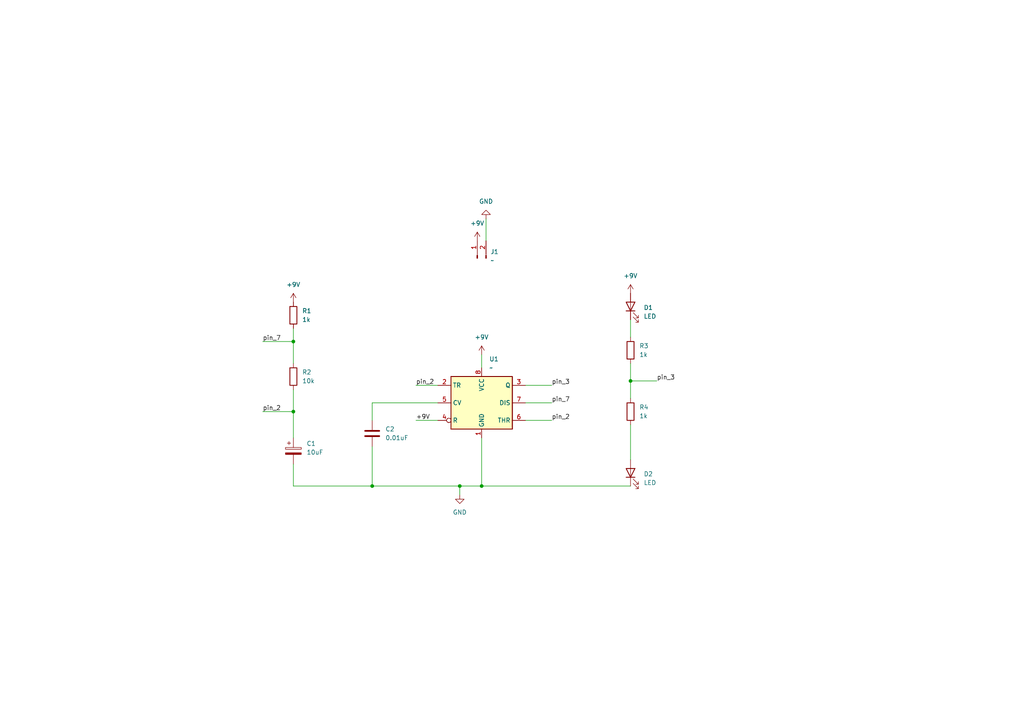
<source format=kicad_sch>
(kicad_sch (version 20230121) (generator eeschema)
  (paper "A4")
  (lib_symbols
    (symbol "Connector:Conn_01x02_Pin" (pin_names (offset 1.016) hide)
      (property "Reference" "J" (at 0 2.54 0))
      (property "Value" "Conn_01x02_Pin" (at 0 -5.08 0))
      (symbol "Conn_01x02_Pin_1_1"
        (polyline (pts (xy 1.27 -2.54) (xy 0.8636 -2.54)) (stroke (width 0.1524)))
        (polyline (pts (xy 1.27 0) (xy 0.8636 0)) (stroke (width 0.1524)))
        (rectangle (start 0.8636 -2.413) (end 0 -2.667) (stroke (width 0.1524)) (fill (type outline)))
        (rectangle (start 0.8636 0.127) (end 0 -0.127) (stroke (width 0.1524)) (fill (type outline)))
        (pin passive line (at 5.08 0 180) (length 3.81) (name "Pin_1") (number "1"))
        (pin passive line (at 5.08 -2.54 180) (length 3.81) (name "Pin_2") (number "2"))
      )
    )
    (symbol "Device:C" (pin_numbers hide) (pin_names (offset 0.254))
      (property "Reference" "C" (at 0.635 2.54 0))
      (property "Value" "C" (at 0.635 -2.54 0))
      (symbol "C_0_1"
        (polyline (pts (xy -2.032 -0.762) (xy 2.032 -0.762)) (stroke (width 0.508)))
        (polyline (pts (xy -2.032 0.762) (xy 2.032 0.762)) (stroke (width 0.508)))
      )
      (symbol "C_1_1"
        (pin passive line (at 0 3.81 270) (length 2.794) (name "~") (number "1"))
        (pin passive line (at 0 -3.81 90) (length 2.794) (name "~") (number "2"))
      )
    )
    (symbol "Device:C_Polarized" (pin_numbers hide) (pin_names (offset 0.254))
      (property "Reference" "C" (at 0.635 2.54 0))
      (property "Value" "C_Polarized" (at 0.635 -2.54 0))
      (symbol "C_Polarized_0_1"
        (rectangle (start -2.286 0.508) (end 2.286 1.016))
        (polyline (pts (xy -1.778 2.286) (xy -0.762 2.286)))
        (polyline (pts (xy -1.27 2.794) (xy -1.27 1.778)))
        (rectangle (start 2.286 -0.508) (end -2.286 -1.016) (fill (type outline)))
      )
      (symbol "C_Polarized_1_1"
        (pin passive line (at 0 3.81 270) (length 2.794) (name "~") (number "1"))
        (pin passive line (at 0 -3.81 90) (length 2.794) (name "~") (number "2"))
      )
    )
    (symbol "Device:LED" (pin_numbers hide) (pin_names (offset 1.016) hide)
      (property "Reference" "D" (at 0 2.54 0))
      (property "Value" "LED" (at 0 -2.54 0))
      (symbol "LED_0_1"
        (polyline (pts (xy -1.27 -1.27) (xy -1.27 1.27)) (stroke (width 0.254)))
        (polyline (pts (xy -1.27 0) (xy 1.27 0)))
        (polyline (pts (xy 1.27 -1.27) (xy 1.27 1.27) (xy -1.27 0) (xy 1.27 -1.27)) (stroke (width 0.254)))
        (polyline (pts (xy -3.048 -0.762) (xy -4.572 -2.286) (xy -3.81 -2.286) (xy -4.572 -2.286) (xy -4.572 -1.524)))
        (polyline (pts (xy -1.778 -0.762) (xy -3.302 -2.286) (xy -2.54 -2.286) (xy -3.302 -2.286) (xy -3.302 -1.524)))
      )
      (symbol "LED_1_1"
        (pin passive line (at -3.81 0 0) (length 2.54) (name "K") (number "1"))
        (pin passive line (at 3.81 0 180) (length 2.54) (name "A") (number "2"))
      )
    )
    (symbol "Device:R" (pin_numbers hide) (pin_names (offset 0))
      (property "Reference" "R" (at 2.032 0 90))
      (property "Value" "R" (at 0 0 90))
      (symbol "R_0_1"
        (rectangle (start -1.016 -2.54) (end 1.016 2.54) (stroke (width 0.254)))
      )
      (symbol "R_1_1"
        (pin passive line (at 0 3.81 270) (length 1.27) (name "~") (number "1"))
        (pin passive line (at 0 -3.81 90) (length 1.27) (name "~") (number "2"))
      )
    )
    (symbol "Timer:NE555D"
      (property "Reference" "U" (at -10.16 8.89 0))
      (property "Value" "NE555D" (at 2.54 8.89 0))
      (symbol "NE555D_0_0"
        (pin power_in line (at 0 -10.16 90) (length 2.54) (name "GND") (number "1"))
        (pin power_in line (at 0 10.16 270) (length 2.54) (name "VCC") (number "8"))
      )
      (symbol "NE555D_0_1"
        (rectangle (start -8.89 -7.62) (end 8.89 7.62) (stroke (width 0.254)) (fill (type background)))
        (rectangle (start -8.89 -7.62) (end 8.89 7.62) (stroke (width 0.254)) (fill (type background)))
      )
      (symbol "NE555D_1_1"
        (pin input line (at -12.7 5.08 0) (length 3.81) (name "TR") (number "2"))
        (pin output line (at 12.7 5.08 180) (length 3.81) (name "Q") (number "3"))
        (pin input inverted (at -12.7 -5.08 0) (length 3.81) (name "R") (number "4"))
        (pin input line (at -12.7 0 0) (length 3.81) (name "CV") (number "5"))
        (pin input line (at 12.7 -5.08 180) (length 3.81) (name "THR") (number "6"))
        (pin input line (at 12.7 0 180) (length 3.81) (name "DIS") (number "7"))
      )
    )
    (symbol "power:+9V" (power) (pin_names (offset 0))
      (property "Value" "+9V" (at 0 3.556 0))
      (symbol "+9V_0_1"
        (polyline (pts (xy -0.762 1.27) (xy 0 2.54)))
        (polyline (pts (xy 0 0) (xy 0 2.54)))
        (polyline (pts (xy 0 2.54) (xy 0.762 1.27)))
      )
      (symbol "+9V_1_1"
        (pin power_in line (at 0 0 90) (length 0) hide (name "+9V") (number "1"))
      )
    )
    (symbol "power:GND" (power) (pin_names (offset 0))
      (property "Value" "GND" (at 0 -3.81 0))
      (symbol "GND_0_1"
        (polyline (pts (xy 0 0) (xy 0 -1.27) (xy 1.27 -1.27) (xy 0 -2.54) (xy -1.27 -1.27) (xy 0 -1.27)))
      )
      (symbol "GND_1_1"
        (pin power_in line (at 0 0 270) (length 0) hide (name "GND") (number "1"))
      )
    )
  )
  (junction (at 85.09 119.38))
  (junction (at 85.09 99.06))
  (junction (at 139.7 140.97))
  (junction (at 133.35 140.97))
  (junction (at 107.95 140.97))
  (junction (at 182.88 110.49))
  (wire (pts (xy 127 116.84) (xy 107.95 116.84)))
  (wire (pts (xy 152.4 121.92) (xy 160.02 121.92)))
  (wire (pts (xy 182.88 92.71) (xy 182.88 97.79)))
  (wire (pts (xy 107.95 129.54) (xy 107.95 140.97)))
  (wire (pts (xy 76.2 119.38) (xy 85.09 119.38)))
  (wire (pts (xy 107.95 116.84) (xy 107.95 121.92)))
  (wire (pts (xy 133.35 140.97) (xy 139.7 140.97)))
  (wire (pts (xy 182.88 110.49) (xy 190.5 110.49)))
  (wire (pts (xy 85.09 134.62) (xy 85.09 140.97)))
  (wire (pts (xy 152.4 111.76) (xy 160.02 111.76)))
  (wire (pts (xy 85.09 113.03) (xy 85.09 119.38)))
  (wire (pts (xy 182.88 110.49) (xy 182.88 115.57)))
  (wire (pts (xy 139.7 127) (xy 139.7 140.97)))
  (wire (pts (xy 139.7 102.87) (xy 139.7 106.68)))
  (wire (pts (xy 76.2 99.06) (xy 85.09 99.06)))
  (wire (pts (xy 133.35 140.97) (xy 133.35 143.51)))
  (wire (pts (xy 139.7 140.97) (xy 182.88 140.97)))
  (wire (pts (xy 85.09 95.25) (xy 85.09 99.06)))
  (wire (pts (xy 140.97 63.5) (xy 140.97 69.85)))
  (wire (pts (xy 182.88 123.19) (xy 182.88 133.35)))
  (wire (pts (xy 120.65 121.92) (xy 127 121.92)))
  (wire (pts (xy 85.09 99.06) (xy 85.09 105.41)))
  (wire (pts (xy 85.09 140.97) (xy 107.95 140.97)))
  (wire (pts (xy 152.4 116.84) (xy 160.02 116.84)))
  (wire (pts (xy 182.88 105.41) (xy 182.88 110.49)))
  (wire (pts (xy 85.09 119.38) (xy 85.09 127)))
  (wire (pts (xy 107.95 140.97) (xy 133.35 140.97)))
  (wire (pts (xy 120.65 111.76) (xy 127 111.76)))
  (label "pin_2" (at 120.65 111.76 0))
  (label "pin_7" (at 76.2 99.06 0))
  (label "pin_3" (at 160.02 111.76 0))
  (label "pin_2" (at 76.2 119.38 0))
  (label "pin_3" (at 190.5 110.49 0))
  (label "pin_7" (at 160.02 116.84 0))
  (label "pin_2" (at 160.02 121.92 0))
  (label "+9V" (at 120.65 121.92 0))
  (symbol (lib_id "Device:C_Polarized") (at 85.09 130.81 0) (unit 1)
    (property "Reference" "C1" (at 88.9 128.651 0) (effects (justify left)))
    (property "Value" "10uF" (at 88.9 131.191 0) (effects (justify left)))
    (property "Footprint" "Capacitor_Tantalum_SMD:CP_EIA-3216-18_Kemet-A_Pad1.58x1.35mm_HandSolder" (effects hide))
  )
  (symbol (lib_id "Device:R") (at 85.09 109.22 0) (unit 1)
    (property "Reference" "R2" (at 87.63 107.95 0) (effects (justify left)))
    (property "Value" "10k" (at 87.63 110.49 0) (effects (justify left)))
    (property "Footprint" "Resistor_SMD:R_0805_2012Metric_Pad1.20x1.40mm_HandSolder" (effects hide))
  )
  (symbol (lib_id "Device:R") (at 85.09 91.44 0) (unit 1)
    (property "Reference" "R1" (at 87.63 90.17 0) (effects (justify left)))
    (property "Value" "1k" (at 87.63 92.71 0) (effects (justify left)))
    (property "Footprint" "Resistor_SMD:R_0805_2012Metric_Pad1.20x1.40mm_HandSolder" (effects hide))
  )
  (symbol (lib_id "power:+9V") (at 182.88 85.09 0) (unit 1)
    (property "Reference" "#PWR03" (effects hide))
    (property "Value" "+9V" (at 182.88 80.01 0))
  )
  (symbol (lib_id "Device:LED") (at 182.88 88.9 90) (unit 1)
    (property "Reference" "D1" (at 186.69 89.2175 90) (effects (justify right)))
    (property "Value" "LED" (at 186.69 91.7575 90) (effects (justify right)))
    (property "Footprint" "LED_SMD:LED_1206_3216Metric_Pad1.42x1.75mm_HandSolder" (effects hide))
  )
  (symbol (lib_id "power:GND") (at 133.35 143.51 0) (unit 1)
    (property "Reference" "#PWR05" (effects hide))
    (property "Value" "GND" (at 133.35 148.59 0))
  )
  (symbol (lib_id "Device:R") (at 182.88 101.6 0) (unit 1)
    (property "Reference" "R3" (at 185.42 100.33 0) (effects (justify left)))
    (property "Value" "1k" (at 185.42 102.87 0) (effects (justify left)))
    (property "Footprint" "Resistor_SMD:R_0805_2012Metric_Pad1.20x1.40mm_HandSolder" (effects hide))
  )
  (symbol (lib_id "Device:C") (at 107.95 125.73 0) (unit 1)
    (property "Reference" "C2" (at 111.76 124.46 0) (effects (justify left)))
    (property "Value" "0.01uF" (at 111.76 127 0) (effects (justify left)))
    (property "Footprint" "Capacitor_SMD:C_0805_2012Metric_Pad1.18x1.45mm_HandSolder" (effects hide))
  )
  (symbol (lib_id "Device:LED") (at 182.88 137.16 90) (unit 1)
    (property "Reference" "D2" (at 186.69 137.4775 90) (effects (justify right)))
    (property "Value" "LED" (at 186.69 140.0175 90) (effects (justify right)))
    (property "Footprint" "LED_SMD:LED_1206_3216Metric_Pad1.42x1.75mm_HandSolder" (effects hide))
  )
  (symbol (lib_id "Connector:Conn_01x02_Pin") (at 138.43 74.93 90) (unit 1)
    (property "Reference" "J1" (at 142.24 73.025 90) (effects (justify right)))
    (property "Value" "~" (at 142.24 75.565 90) (effects (justify right)))
    (property "Footprint" "Connector_JST:JST_EH_S2B-EH_1x02_P2.50mm_Horizontal" (effects hide))
  )
  (symbol (lib_id "power:+9V") (at 139.7 102.87 0) (unit 1)
    (property "Reference" "#PWR06" (effects hide))
    (property "Value" "+9V" (at 139.7 97.79 0))
  )
  (symbol (lib_id "power:GND") (at 140.97 63.5 180) (unit 1)
    (property "Reference" "#PWR04" (effects hide))
    (property "Value" "GND" (at 140.97 58.42 0))
  )
  (symbol (lib_id "Device:R") (at 182.88 119.38 0) (unit 1)
    (property "Reference" "R4" (at 185.42 118.11 0) (effects (justify left)))
    (property "Value" "1k" (at 185.42 120.65 0) (effects (justify left)))
    (property "Footprint" "Resistor_SMD:R_0805_2012Metric_Pad1.20x1.40mm_HandSolder" (effects hide))
  )
  (symbol (lib_id "Timer:NE555D") (at 139.7 116.84 0) (unit 1)
    (property "Reference" "U1" (at 141.8941 104.14 0) (effects (justify left)))
    (property "Value" "~" (at 141.8941 106.68 0) (effects (justify left)))
    (property "Footprint" "Package_SO:SOIC-8-1EP_3.9x4.9mm_P1.27mm_EP2.29x3mm" (effects hide))
    (property "Datasheet" "http://www.ti.com/lit/ds/symlink/ne555.pdf" (effects hide))
  )
  (symbol (lib_id "power:+9V") (at 138.43 69.85 0) (unit 1)
    (property "Reference" "#PWR02" (effects hide))
    (property "Value" "+9V" (at 138.43 64.77 0))
  )
  (symbol (lib_id "power:+9V") (at 85.09 87.63 0) (unit 1)
    (property "Reference" "#PWR01" (effects hide))
    (property "Value" "+9V" (at 85.09 82.55 0))
  )
)
</source>
